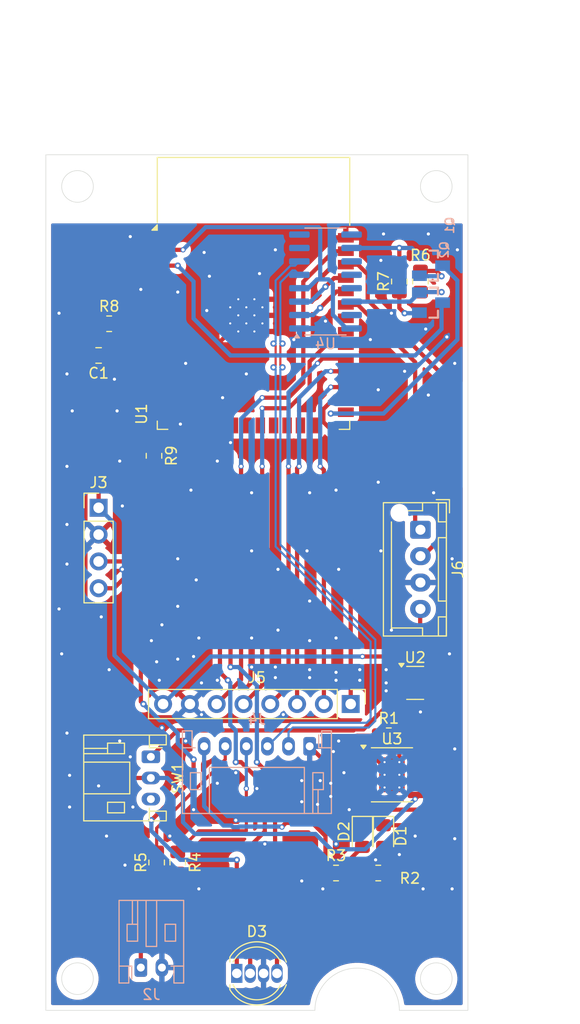
<source format=kicad_pcb>
(kicad_pcb (version 20241229) (generator "pcbnew") (generator_version "9.0")
  (layers (0 "F.Cu" signal) (2 "B.Cu" signal) (13 "F.Paste" user) (15 "B.Paste" user) (5 "F.SilkS" user "F.Silkscreen") (7 "B.SilkS" user "B.Silkscreen") (1 "F.Mask" user) (3 "B.Mask" user) (25 "Edge.Cuts" user))
  (net 0 "")
  (net 1 "VCC")
  (net 2 "GND")
  (net 3 "Net-(D3-BA)")
  (net 4 "Net-(D3-GA)")
  (net 7 "Net-(D1-A)")
  (net 9 "Net-(D3-RA)")
  (net 12 "Net-(D2-A)")
  (net 14 "D+")
  (net 20 "Net-(J4-Pin_5)")
  (net 21 "D-")
  (net 25 "+3.3V")
  (net 28 "Net-(J4-Pin_4)")
  (net 31 "Net-(U3-PROG)")
  (net 32 "Net-(D1-K)")
  (net 33 "Net-(D2-K)")
  (net 34 "+BATT")
  (net 35 "Net-(J2-Pin_1)")
  (net 36 "SCL")
  (net 37 "SDA")
  (net 38 "DTR")
  (net 39 "Net-(Q1-Pad1)")
  (net 40 "GPIO0")
  (net 41 "Net-(Q2-Pad1)")
  (net 42 "RST")
  (net 43 "EN")
  (net 44 "RXD")
  (net 45 "TXD")
  (net 53 "RES")
  (net 54 "SDI")
  (net 55 "CS")
  (net 56 "D{slash}C")
  (net 57 "BUSY")
  (net 58 "SCLK")
  (net 59 "IN1")
  (net 60 "IN2")
  (net 62 "Net-(U1-IO14)")
  (footprint "Package_SO:SOIC-8-1EP_3.9x4.9mm_P1.27mm_EP2.41x3.3mm_ThermalVias_model" (layer "F.Cu") (at 100.8 94.7)
    (property "Reference" "U3")
    (property "Value" "TP4056-42-ESOP8")
  )
  (footprint "Package_TO_SOT_SMD:SOT-23-5" (layer "F.Cu") (at 103 86)
    (property "Reference" "U2")
    (property "Value" "XC6210B332MR")
  )
  (footprint "Resistor_SMD:R_0805_2012Metric_Pad1.20x1.40mm_HandSolder" (layer "F.Cu") (at 78.25 64.5 -90)
    (property "Reference" "R9")
    (property "Value" "10K")
  )
  (footprint "Resistor_SMD:R_0805_2012Metric_Pad1.20x1.40mm_HandSolder" (layer "F.Cu") (at 99.5 104)
    (property "Reference" "R2")
    (property "Value" "R")
  )
  (footprint "Resistor_SMD:R_0805_2012Metric_Pad1.20x1.40mm_HandSolder" (layer "F.Cu") (at 101.5 48 -90)
    (property "Reference" "R7")
    (property "Value" "R")
  )
  (footprint "Connector_PinHeader_2.54mm:PinHeader_1x04_P2.54mm_Vertical" (layer "F.Cu") (at 73 69.42)
    (property "Reference" "J3")
    (property "Value" "Conn_01x04_Pin")
  )
  (footprint "Connector_PinHeader_2.54mm:PinHeader_1x08_P2.54mm_Vertical" (layer "F.Cu") (at 96.89 88 -90)
    (property "Reference" "J5")
    (property "Value" "Conn_01x08_Pin")
  )
  (footprint "Resistor_SMD:R_0805_2012Metric_Pad1.20x1.40mm_HandSolder" (layer "F.Cu") (at 78.5 103 -90)
    (property "Reference" "R5")
    (property "Value" "5K1")
  )
  (footprint "Connector_JST:JST_PH_S3B-PH-K_1x03_P2.00mm_Horizontal" (layer "F.Cu") (at 77.95 93 -90)
    (property "Reference" "SW1")
    (property "Value" "SW_SPDT")
  )
  (footprint "LED_SMD:LED_0805_2012Metric_Pad1.15x1.40mm_HandSolder" (layer "F.Cu") (at 98 100.5 -90)
    (property "Reference" "D2")
    (property "Value" "LED")
  )
  (footprint "RF_Module:ESP32-WROOM-32" (layer "F.Cu") (at 87.68 52.115)
    (property "Reference" "U1")
    (property "Value" "ESP32-WROOM-32")
  )
  (footprint "LED_SMD:LED_0805_2012Metric_Pad1.15x1.40mm_HandSolder" (layer "F.Cu") (at 100 100.5 -90)
    (property "Reference" "D1")
    (property "Value" "LED")
  )
  (footprint "Resistor_SMD:R_0805_2012Metric_Pad1.20x1.40mm_HandSolder" (layer "F.Cu") (at 80.5 103 -90)
    (property "Reference" "R4")
    (property "Value" "5K1")
  )
  (footprint "LED_THT:LED_D5.0mm-4_RGB" (layer "F.Cu") (at 86.095 113.5)
    (property "Reference" "D3")
    (property "Value" "LED_BGKR")
  )
  (footprint "Connector_JST:JST_XH_B4B-XH-AM_1x04_P2.50mm_Vertical" (layer "F.Cu") (at 103.5 71.5 -90)
    (property "Reference" "J6")
    (property "Value" "Conn_01x04_Pin")
  )
  (footprint "Resistor_SMD:R_0805_2012Metric_Pad1.20x1.40mm_HandSolder" (layer "F.Cu") (at 95.5 104)
    (property "Reference" "R3")
    (property "Value" "R")
  )
  (footprint "Resistor_SMD:R_0805_2012Metric_Pad1.20x1.40mm_HandSolder" (layer "F.Cu") (at 100.5 91)
    (property "Reference" "R1")
    (property "Value" "10k")
  )
  (footprint "Resistor_SMD:R_0805_2012Metric_Pad1.20x1.40mm_HandSolder" (layer "F.Cu") (at 74 52)
    (property "Reference" "R8")
    (property "Value" "10K")
  )
  (footprint "Resistor_SMD:R_0805_2012Metric_Pad1.20x1.40mm_HandSolder" (layer "F.Cu") (at 103.5 48 90)
    (property "Reference" "R6")
    (property "Value" "R")
  )
  (footprint "Capacitor_SMD:C_0805_2012Metric_Pad1.18x1.45mm_HandSolder" (layer "F.Cu") (at 73 55 180)
    (property "Reference" "C1")
    (property "Value" "100nF")
  )
  (footprint "Connector_JST:JST_PH_S2B-PH-K_1x02_P2.00mm_Horizontal" (layer "B.Cu") (at 77 112.95)
    (property "Reference" "J2")
    (property "Value" "Conn_01x02_Socket")
  )
  (footprint "SI2312:SOT23" (layer "B.Cu") (at 104.5 46.5 90)
    (property "Reference" "Q1")
    (property "Value" "SI2312")
  )
  (footprint "Package_SO:SOIC-16_3.9x9.9mm_P1.27mm" (layer "B.Cu") (at 94.5 48)
    (property "Reference" "U4")
    (property "Value" "CH340G")
  )
  (footprint "SI2312:SOT23" (layer "B.Cu") (at 104.5 50 90)
    (property "Reference" "Q2")
    (property "Value" "SI2312")
  )
  (footprint "Connector_JST:JST_PH_S6B-PH-K_1x06_P2.00mm_Horizontal" (layer "B.Cu") (at 93 92 180)
    (property "Reference" "J4")
    (property "Value" "Conn_01x06_Socket")
  )
  (gr_line (start 108 117) (end 108 36) (stroke (width 0.05)) (layer "Edge.Cuts"))
  (gr_circle (center 105 39) (end 106.5 39) (stroke (width 0.05)) (fill no) (layer "Edge.Cuts"))
  (gr_line (start 108 36) (end 68 36) (stroke (width 0.05)) (layer "Edge.Cuts"))
  (gr_arc (start 93.5 117) (mid 97.5 113) (end 101.5 117) (stroke (width 0.05)) (layer "Edge.Cuts"))
  (gr_circle (center 71 114) (end 69.5 114) (stroke (width 0.05)) (fill no) (layer "Edge.Cuts"))
  (gr_line (start 68 36) (end 68 117) (stroke (width 0.05)) (layer "Edge.Cuts"))
  (gr_circle (center 71 39) (end 72.5 39) (stroke (width 0.05)) (fill no) (layer "Edge.Cuts"))
  (gr_circle (center 105 114) (end 106.5 114) (stroke (width 0.05)) (fill no) (layer "Edge.Cuts"))
  (gr_line (start 93.5 117) (end 68 117) (stroke (width 0.05)) (layer "Edge.Cuts"))
  (gr_line (start 108 117) (end 101.5 117) (stroke (width 0.05)) (layer "Edge.Cuts"))
  (segment (start 98.5 105) (end 99.77242 105) (width 0.4) (layer "F.Cu") (net 1))
  (segment (start 102.5 104.5) (end 102.5 102) (width 0.4) (layer "F.Cu") (net 1))
  (segment (start 99.87342 105.101) (end 101.12658 105.101) (width 0.4) (layer "F.Cu") (net 1))
  (segment (start 98.5 104) (end 98.5 105) (width 0.4) (layer "F.Cu") (net 1))
  (segment (start 105.5 100.5) (end 106.5 99.5) (width 0.4) (layer "F.Cu") (net 1))
  (segment (start 97.5 105) (end 97.22758 105) (width 0.4) (layer "F.Cu") (net 1))
  (segment (start 93.25 99.25) (end 93.75 99.75) (width 0.4) (layer "F.Cu") (net 1))
  (segment (start 99.77242 105) (end 99.87342 105.101) (width 0.4) (layer "F.Cu") (net 1))
  (segment (start 98.325 96.605) (end 96.895 96.605) (width 0.4) (layer "F.Cu") (net 1))
  (segment (start 95.87342 105.101) (end 95.77242 105) (width 0.4) (layer "F.Cu") (net 1))
  (segment (start 104 100.5) (end 105.5 100.5) (width 0.4) (layer "F.Cu") (net 1))
  (segment (start 94.5 104) (end 94.5 100.5) (width 0.4) (layer "F.Cu") (net 1))
  (segment (start 96.895 96.605) (end 93.75 99.75) (width 0.4) (layer "F.Cu") (net 1))
  (segment (start 101.22758 105) (end 102 105) (width 0.4) (layer "F.Cu") (net 1))
  (segment (start 97.12658 105.101) (end 95.87342 105.101) (width 0.4) (layer "F.Cu") (net 1))
  (segment (start 90.75 99.25) (end 93.25 99.25) (width 0.4) (layer "F.Cu") (net 1))
  (segment (start 95.77242 105) (end 95.5 105) (width 0.4) (layer "F.Cu") (net 1))
  (segment (start 95.5 105) (end 94.5 104) (width 0.4) (layer "F.Cu") (net 1))
  (segment (start 106.5 94.5) (end 104.795 92.795) (width 0.4) (layer "F.Cu") (net 1))
  (segment (start 97.22758 105) (end 97.12658 105.101) (width 0.4) (layer "F.Cu") (net 1))
  (segment (start 104.795 92.795) (end 103.275 92.795) (width 0.4) (layer "F.Cu") (net 1))
  (segment (start 94.5 100.5) (end 93.75 99.75) (width 0.4) (layer "F.Cu") (net 1))
  (segment (start 90.375 99.625) (end 90.75 99.25) (width 0.4) (layer "F.Cu") (net 1))
  (segment (start 102.5 102) (end 104 100.5) (width 0.4) (layer "F.Cu") (net 1))
  (segment (start 101.12658 105.101) (end 101.22758 105) (width 0.4) (layer "F.Cu") (net 1))
  (segment (start 90.375 99.65) (end 90.375 99.625) (width 0.4) (layer "F.Cu") (net 1))
  (segment (start 106.5 99.5) (end 106.5 94.5) (width 0.4) (layer "F.Cu") (net 1))
  (segment (start 102 105) (end 102.5 104.5) (width 0.4) (layer "F.Cu") (net 1))
  (segment (start 98.5 104) (end 97.5 105) (width 0.4) (layer "F.Cu") (net 1))
  (via (at 90.375 99.65) (size 0.5) (drill 0.3) (layers "F.Cu" "B.Cu") (net 1))
  (segment (start 86.269654 99.651) (end 85.730346 99.651) (width 0.4) (layer "B.Cu") (net 1))
  (segment (start 90.375 99.65) (end 90.4 99.625) (width 0.4) (layer "B.Cu") (net 1))
  (segment (start 85.579346 99.5) (end 84.825 99.5) (width 0.4) (layer "B.Cu") (net 1))
  (segment (start 83 97.675) (end 83 92) (width 0.4) (layer "B.Cu") (net 1))
  (segment (start 85.730346 99.651) (end 85.579346 99.5) (width 0.4) (layer "B.Cu") (net 1))
  (segment (start 90.4 99.625) (end 90.4 99.601) (width 0.4) (layer "B.Cu") (net 1))
  (segment (start 84.825 99.5) (end 83 97.675) (width 0.4) (layer "B.Cu") (net 1))
  (segment (start 86.319654 99.601) (end 86.269654 99.651) (width 0.4) (layer "B.Cu") (net 1))
  (segment (start 90.4 99.601) (end 86.319654 99.601) (width 0.4) (layer "B.Cu") (net 1))
  (segment (start 80.399 89.251) (end 76.301 89.251) (width 0.4) (layer "F.Cu") (net 2))
  (segment (start 78.5 104) (end 80.5 104) (width 0.3) (layer "F.Cu") (net 2))
  (segment (start 81.97 61.625) (end 81.97 56.235) (width 0.4) (layer "F.Cu") (net 2))
  (segment (start 83 98) (end 84 99) (width 0.4) (layer "F.Cu") (net 2))
  (segment (start 78.198 43.865) (end 78.93 43.865) (width 0.4) (layer "F.Cu") (net 2))
  (segment (start 93 92) (end 96.335 95.335) (width 0.4) (layer "F.Cu") (net 2))
  (segment (start 81.65 88) (end 80.399 89.251) (width 0.4) (layer "F.Cu") (net 2))
  (segment (start 100.165 95.335) (end 98.325 95.335) (width 0.4) (layer "F.Cu") (net 2))
  (segment (start 71.749 84.699) (end 71.749 73.211) (width 0.4) (layer "F.Cu") (net 2))
  (segment (start 90.73 52.73) (end 88.525 52.73) (width 0.4) (layer "F.Cu") (net 2))
  (segment (start 87 49.68) (end 87 43.865) (width 0.4) (layer "F.Cu") (net 2))
  (segment (start 100.8 94.7) (end 100.165 95.335) (width 0.4) (layer "F.Cu") (net 2))
  (segment (start 74.5 87.45) (end 71.749 84.699) (width 0.4) (layer "F.Cu") (net 2))
  (segment (start 100.8 94.7) (end 98.895 92.795) (width 0.4) (layer "F.Cu") (net 2))
  (segment (start 71.749 73.211) (end 73 71.96) (width 0.4) (layer "F.Cu") (net 2))
  (segment (start 71.749 50.314) (end 78.198 43.865) (width 0.4) (layer "F.Cu") (net 2))
  (segment (start 101.5 91) (end 101.5 94) (width 0.4) (layer "F.Cu") (net 2))
  (segment (start 84 99) (end 86 99) (width 0.4) (layer "F.Cu") (net 2))
  (segment (start 81.97 56.235) (end 85.475 52.73) (width 0.4) (layer "F.Cu") (net 2))
  (segment (start 73 71.96) (end 71.749 70.709) (width 0.4) (layer "F.Cu") (net 2))
  (segment (start 71.749 70.709) (end 71.749 50.314) (width 0.4) (layer "F.Cu") (net 2))
  (segment (start 96.335 95.335) (end 98.325 95.335) (width 0.4) (layer "F.Cu") (net 2))
  (segment (start 91.5 53.5) (end 90.73 52.73) (width 0.4) (layer "F.Cu") (net 2))
  (segment (start 76.301 89.251) (end 74.5 87.45) (width 0.4) (layer "F.Cu") (net 2))
  (segment (start 87 43.865) (end 96.43 43.865) (width 0.4) (layer "F.Cu") (net 2))
  (segment (start 78.93 43.865) (end 87 43.865) (width 0.4) (layer "F.Cu") (net 2))
  (segment (start 101.5 94) (end 100.8 94.7) (width 0.4) (layer "F.Cu") (net 2))
  (segment (start 98.895 92.795) (end 98.325 92.795) (width 0.4) (layer "F.Cu") (net 2))
  (segment (start 82 98) (end 83 98) (width 0.4) (layer "F.Cu") (net 2))
  (via (at 104.75 68) (size 0.6) (drill 0.3) (layers "F.Cu" "B.Cu") (net 2))
  (via (at 82.5 105.5) (size 0.6) (drill 0.3) (layers "F.Cu" "B.Cu") (net 2))
  (via (at 75 91.5) (size 0.6) (drill 0.3) (layers "F.Cu" "B.Cu") (net 2))
  (via (at 70.25 97.75) (size 0.6) (drill 0.3) (layers "F.Cu" "B.Cu") (net 2))
  (via (at 75 65) (size 0.6) (drill 0.3) (layers "F.Cu" "B.Cu") (net 2))
  (via (at 76 43.75) (size 0.6) (drill 0.3) (layers "F.Cu" "B.Cu") (net 2))
  (via (at 100.75 81) (size 0.6) (drill 0.3) (layers "F.Cu" "B.Cu") (net 2))
  (via (at 95.5 101.25) (size 0.6) (drill 0.3) (layers "F.Cu" "B.Cu") (net 2))
  (via (at 94 95.25) (size 0.6) (drill 0.3) (layers "F.Cu" "B.Cu") (net 2))
  (via (at 82.75 89) (size 0.6) (drill 0.3) (layers "F.Cu" "B.Cu") (net 2))
  (via (at 70 65.5) (size 0.6) (drill 0.3) (layers "F.Cu" "B.Cu") (net 2))
  (via (at 82.5 81.75) (size 0.6) (drill 0.3) (layers "F.Cu" "B.Cu") (net 2))
  (via (at 92.25 97.25) (size 0.6) (drill 0.3) (layers "F.Cu" "B.Cu") (net 2))
  (via (at 103 100.5) (size 0.6) (drill 0.3) (layers "F.Cu" "B.Cu") (net 2))
  (via (at 95 95.5) (size 0.6) (drill 0.3) (layers "F.Cu" "B.Cu") (net 2))
  (via (at 99.5 67) (size 0.6) (drill 0.3) (layers "F.Cu" "B.Cu") (net 2))
  (via (at 84.25 95.5) (size 0.6) (drill 0.3) (layers "F.Cu" "B.Cu") (net 2))
  (via (at 75.5 103.25) (size 0.6) (drill 0.3) (layers "F.Cu" "B.Cu") (net 2))
  (via (at 82 83.5) (size 0.6) (drill 0.3) (layers "F.Cu" "B.Cu") (net 2))
  (via (at 93 82) (size 0.6) (drill 0.3) (layers "F.Cu" "B.Cu") (net 2))
  (via (at 74.75 60.25) (size 0.6) (drill 0.3) (layers "F.Cu" "B.Cu") (net 2))
  (via (at 87.5 73.5) (size 0.6) (drill 0.3) (layers "F.Cu" "B.Cu") (net 2))
  (via (at 73 95.75) (size 0.6) (drill 0.3) (layers "F.Cu" "B.Cu") (net 2))
  (via (at 86 99) (size 0.5) (drill 0.3) (layers "F.Cu" "B.Cu") (net 2))
  (via (at 82 98) (size 0.6) (drill 0.3) (layers "F.Cu" "B.Cu") (net 2))
  (via (at 104.25 58.75) (size 0.6) (drill 0.3) (layers "F.Cu" "B.Cu") (net 2))
  (via (at 79.75 100.5) (size 0.6) (drill 0.3) (layers "F.Cu" "B.Cu") (net 2))
  (via (at 89.75 84.5) (size 0.6) (drill 0.3) (layers "F.Cu" "B.Cu") (net 2))
  (via (at 78 82) (size 0.6) (drill 0.3) (layers "F.Cu" "B.Cu") (net 2))
  (via (at 84.25 85.75) (size 0.6) (drill 0.3) (layers "F.Cu" "B.Cu") (net 2))
  (via (at 103.75 105.5) (size 0.6) (drill 0.3) (layers "F.Cu" "B.Cu") (net 2))
  (via (at 95.5 81.75) (size 0.6) (drill 0.3) (layers "F.Cu" "B.Cu") (net 2))
  (via (at 80.5 74.25) (size 0.6) (drill 0.3) (layers "F.Cu" "B.Cu") (net 2))
  (via (at 75.25 69.25) (size 0.6) (drill 0.3) (layers "F.Cu" "B.Cu") (net 2))
  (via (at 93 68) (size 0.6) (drill 0.3) (layers "F.Cu" "B.Cu") (net 2))
  (via (at 87.5 68) (size 0.6) (drill 0.3) (layers "F.Cu" "B.Cu") (net 2))
  (via (at 70.25 94.75) (size 0.6) (drill 0.3) (layers "F.Cu" "B.Cu") (net 2))
  (via (at 76.25 97.75) (size 0.6) (drill 0.3) (layers "F.Cu" "B.Cu") (net 2))
  (via (at 70 90.75) (size 0.6) (drill 0.3) (layers "F.Cu" "B.Cu") (net 2))
  (via (at 106.75 55.75) (size 0.6) (drill 0.3) (layers "F.Cu" "B.Cu") (net 2))
  (via (at 80.5 49) (size 0.6) (drill 0.3) (layers "F.Cu" "B.Cu") (net 2))
  (via (at 97.75 84.75) (size 0.6) (drill 0.3) (layers "F.Cu" "B.Cu") (net 2))
  (via (at 75.25 75.25) (size 0.6) (drill 0.3) (layers "F.Cu" "B.Cu") (net 2))
  (via (at 107 45) (size 0.6) (drill 0.3) (layers "F.Cu" "B.Cu") (net 2))
  (via (at 95.25 92.5) (size 0.6) (drill 0.3) (layers "F.Cu" "B.Cu") (net 2))
  (via (at 70 56.75) (size 0.6) (drill 0.3) (layers "F.Cu" "B.Cu") (net 2))
  (via (at 91.5 53.5) (size 0.5) (drill 0.3) (layers "F.Cu" "B.Cu") (net 2))
  (via (at 106 53.25) (size 0.6) (drill 0.3) (layers "F.Cu" "B.Cu") (net 2))
  (via (at 84.75 59) (size 0.6) (drill 0.3) (layers "F.Cu" "B.Cu") (net 2))
  (via (at 100.25 86.75) (size 0.6) (drill 0.3) (layers "F.Cu" "B.Cu") (net 2))
  (via (at 95.5 85.75) (size 0.6) (drill 0.3) (layers "F.Cu" "B.Cu") (net 2))
  (via (at 69.25 79) (size 0.6) (drill 0.3) (layers "F.Cu" "B.Cu") (net 2))
  (via (at 106.25 83.25) (size 0.6) (drill 0.3) (layers "F.Cu" "B.Cu") (net 2))
  (via (at 92.25 104.75) (size 0.6) (drill 0.3) (layers "F.Cu" "B.Cu") (net 2))
  (via (at 73.25 79.75) (size 0.6) (drill 0.3) (layers "F.Cu" "B.Cu") (net 2))
  (via (at 92.75 73.5) (size 0.6) (drill 0.3) (layers "F.Cu" "B.Cu") (net 2))
  (via (at 81.25 91.5) (size 0.6) (drill 0.3) (layers "F.Cu" "B.Cu") (net 2))
  (via (at 93 84.75) (size 0.6) (drill 0.3) (layers "F.Cu" "B.Cu") (net 2))
  (via (at 82.25 76.25) (size 0.6) (drill 0.3) (layers "F.Cu" "B.Cu") (net 2))
  (via (at 69.25 51) (size 0.6) (drill 0.3) (layers "F.Cu" "B.Cu") (net 2))
  (via (at 70 71) (size 0.6) (drill 0.3) (layers "F.Cu" "B.Cu") (net 2))
  (via (at 87 56.75) (size 0.6) (drill 0.3) (layers "F.Cu" "B.Cu") (net 2))
  (via (at 93 85.5) (size 0.6) (drill 0.3) (layers "F.Cu" "B.Cu") (net 2))
  (via (at 88.25 47.25) (size 0.6) (drill 0.3) (layers "F.Cu" "B.Cu") (net 2))
  (via (at 82.75 86) (size 0.6) (drill 0.3) (layers "F.Cu" "B.Cu") (net 2))
  (via (at 103.5 88.75) (size 0.6) (drill 0.3) (layers "F.Cu" "B.Cu") (net 2))
  (via (at 94.5 51.75) (size 0.6) (drill 0.3) (layers "F.Cu" "B.Cu") (net 2))
  (via (at 84.25 65) (size 0.6) (drill 0.3) (layers "F.Cu" "B.Cu") (net 2))
  (via (at 85.5 63.25) (size 0.6) (drill 0.3) (layers "F.Cu" "B.Cu") (net 2))
  (via (at 99.25 102.75) (size 0.6) (drill 0.3) (layers "F.Cu" "B.Cu") (net 2))
  (via (at 95.75 75.25) (size 0.6) (drill 0.3) (layers "F.Cu" "B.Cu") (net 2))
  (via (at 93.75 97.5) (size 0.6) (drill 0.3) (layers "F.Cu" "B.Cu") (net 2))
  (via (at 100 43.5) (size 0.6) (drill 0.3) (layers "F.Cu" "B.Cu") (net 2))
  (via (at 83.25 50.75) (size 0.6) (drill 0.3) (layers "F.Cu" "B.Cu") (net 2))
  (via (at 77 48.75) (size 0.6) (drill 0.3) (layers "F.Cu" "B.Cu") (net 2))
  (via (at 96.25 94.5) (size 0.6) (drill 0.3) (layers "F.Cu" "B.Cu") (net 2))
  (via (at 88.75 101.25) (size 0.6) (drill 0.3) (layers "F.Cu" "B.Cu") (net 2))
  (via (at 106.5 74.25) (size 0.6) (drill 0.3) (layers "F.Cu" "B.Cu") (net 2))
  (via (at 80.5 83.75) (size 0.6) (drill 0.3) (layers "F.Cu" "B.Cu") (net 2))
  (via (at 74.5 57.25) (size 0.6) (drill 0.3) (layers "F.Cu" "B.Cu") (net 2))
  (via (at 93 78.25) (size 0.6) (drill 0.3) (layers "F.Cu" "B.Cu") (net 2))
  (via (at 99.75 73.5) (size 0.6) (drill 0.3) (layers "F.Cu" "B.Cu") (net 2))
  (via (at 78.5 84) (size 0.6) (drill 0.3) (layers "F.Cu" "B.Cu") (net 2))
  (via (at 86 94.5) (size 0.6) (drill 0.3) (layers "F.Cu" "B.Cu") (net 2))
  (via (at 98.75 53.5) (size 0.6) (drill 0.3) (layers "F.Cu" "B.Cu") (net 2))
  (via (at 80.75 61.5) (size 0.6) (drill 0.3) (layers "F.Cu" "B.Cu") (net 2))
  (via (at 81.25 55.75) (size 0.6) (drill 0.3) (layers "F.Cu" "B.Cu") (net 2))
  (via (at 96.75 98) (size 0.6) (drill 0.3) (layers "F.Cu" "B.Cu") (net 2))
  (via (at 94.25 105.5) (size 0.6) (drill 0.3) (layers "F.Cu" "B.Cu") (net 2))
  (via (at 83 45.25) (size 0.6) (drill 0.3) (layers "F.Cu" "B.Cu") (net 2))
  (via (at 89.75 45) (size 0.6) (drill 0.3) (layers "F.Cu" "B.Cu") (net 2))
  (via (at 97.75 85.75) (size 0.6) (drill 0.3) (layers "F.Cu" "B.Cu") (net 2))
  (via (at 100.75 51) (size 0.6) (drill 0.3) (layers "F.Cu" "B.Cu") (net 2))
  (via (at 69.5 83.25) (size 0.6) (drill 0.3) (layers "F.Cu" "B.Cu") (net 2))
  (via (at 106.75 100.75) (size 0.6) (drill 0.3) (layers "F.Cu" "B.Cu") (net 2))
  (via (at 100.25 86) (size 0.6) (drill 0.3) (layers "F.Cu" "B.Cu") (net 2))
  (via (at 101.5 102.25) (size 0.6) (drill 0.3) (layers "F.Cu" "B.Cu") (net 2))
  (via (at 104.25 43.5) (size 0.6) (drill 0.3) (layers "F.Cu" "B.Cu") (net 2))
  (via (at 70 74.75) (size 0.6) (drill 0.3) (layers "F.Cu" "B.Cu") (net 2))
  (via (at 106.5 105.5) (size 0.6) (drill 0.3) (layers "F.Cu" "B.Cu") (net 2))
  (via (at 79 80.5) (size 0.6) (drill 0.3) (layers "F.Cu" "B.Cu") (net 2))
  (via (at 80.5 78.75) (size 0.6) (drill 0.3) (layers "F.Cu" "B.Cu") (net 2))
  (via (at 92.25 95.25) (size 0.6) (drill 0.3) (layers "F.Cu" "B.Cu") (net 2))
  (via (at 100.25 84.75) (size 0.6) (drill 0.3) (layers "F.Cu" "B.Cu") (net 2))
  (via (at 81.75 67.75) (size 0.6) (drill 0.3) (layers "F.Cu" "B.Cu") (net 2))
  (via (at 83.5 47.5) (size 0.6) (drill 0.3) (layers "F.Cu" "B.Cu") (net 2))
  (via (at 90.5 89) (size 0.6) (drill 0.3) (layers "F.Cu" "B.Cu") (net 2))
  (via (at 76 93) (size 0.6) (drill 0.3) (layers "F.Cu" "B.Cu") (net 2))
  (via (at 90 81) (size 0.6) (drill 0.3) (layers "F.Cu" "B.Cu") (net 2))
  (via (at 88 96) (size 0.6) (drill 0.3) (layers "F.Cu" "B.Cu") (net 2))
  (via (at 74 84.75) (size 0.6) (drill 0.3) (layers "F.Cu" "B.Cu") (net 2))
  (via (at 73.75 100.5) (size 0.6) (drill 0.3) (layers "F.Cu" "B.Cu") (net 2))
  (via (at 87.5 81.75) (size 0.6) (drill 0.3) (layers "F.Cu" "B.Cu") (net 2))
  (via (at 87.5 84.5) (size 0.6) (drill 0.3) (layers "F.Cu" "B.Cu") (net 2))
  (via (at 78.75 85.75) (size 0.6) (drill 0.3) (layers "F.Cu" "B.Cu") (net 2))
  (via (at 95 96.75) (size 0.6) (drill 0.3) (layers "F.Cu" "B.Cu") (net 2))
  (via (at 89.75 85.5) (size 0.6) (drill 0.3) (layers "F.Cu" "B.Cu") (net 2))
  (via (at 99.75 46) (size 0.6) (drill 0.3) (layers "F.Cu" "B.Cu") (net 2))
  (via (at 106.75 92.25) (size 0.6) (drill 0.3) (layers "F.Cu" "B.Cu") (net 2))
  (via (at 95.5 67.75) (size 0.6) (drill 0.3) (layers "F.Cu" "B.Cu") (net 2))
  (via (at 90 75.25) (size 0.6) (drill 0.3) (layers "F.Cu" "B.Cu") (net 2))
  (via (at 104 52.5) (size 0.6) (drill 0.3) (layers "F.Cu" "B.Cu") (net 2))
  (via (at 79 90.25) (size 0.6) (drill 0.3) (layers "F.Cu" "B.Cu") (net 2))
  (via (at 95.5 85) (size 0.6) (drill 0.3) (layers "F.Cu" "B.Cu") (net 2))
  (via (at 70.5 60.25) (size 0.6) (drill 0.3) (layers "F.Cu" "B.Cu") (net 2))
  (via (at 99.5 58.25) (size 0.6) (drill 0.3) (layers "F.Cu" "B.Cu") (net 2))
  (via (at 102 56.5) (size 0.6) (drill 0.3) (layers "F.Cu" "B.Cu") (net 2))
  (via (at 95.75 91.5) (size 0.6) (drill 0.3) (layers "F.Cu" "B.Cu") (net 2))
  (segment (start 93 92) (end 93 98.5) (width 0.4) (layer "B.Cu") (net 2))
  (segment (start 92.025 52.975) (end 91.5 53.5) (width 0.4) (layer "B.Cu") (net 2))
  (segment (start 92.5 99) (end 86 99) (width 0.4) (layer "B.Cu") (net 2))
  (segment (start 92.025 52.445) (end 92.025 52.975) (width 0.4) (layer "B.Cu") (net 2))
  (segment (start 93 98.5) (end 92.5 99) (width 0.4) (layer "B.Cu") (net 2))
  (segment (start 82 98) (end 82 94.95) (width 0.4) (layer "B.Cu") (net 2))
  (segment (start 82 94.95) (end 74.5 87.45) (width 0.4) (layer "B.Cu") (net 2))
  (segment (start 78.25 65.5) (end 78.25 78.25) (width 0.4) (layer "F.Cu") (net 3))
  (segment (start 77 87.75) (end 77.25 88) (width 0.4) (layer "F.Cu") (net 3))
  (segment (start 77 79.5) (end 77 87.75) (width 0.4) (layer "F.Cu") (net 3))
  (segment (start 78.25 78.25) (end 77 79.5) (width 0.4) (layer "F.Cu") (net 3))
  (segment (start 82 93.25) (end 82 95) (width 0.4) (layer "F.Cu") (net 3))
  (segment (start 86.095 113.5) (end 86.095 102.75) (width 0.4) (layer "F.Cu") (net 3))
  (segment (start 82 95) (end 78 99) (width 0.4) (layer "F.Cu") (net 3))
  (via (at 86.095 102.75) (size 0.6) (drill 0.3) (layers "F.Cu" "B.Cu") (net 3))
  (via (at 77.25 88) (size 0.6) (drill 0.3) (layers "F.Cu" "B.Cu") (net 3))
  (via (at 82 93.25) (size 0.6) (drill 0.3) (layers "F.Cu" "B.Cu") (net 3))
  (via (at 78 99) (size 0.6) (drill 0.3) (layers "F.Cu" "B.Cu") (net 3))
  (segment (start 78 100.008636) (end 80.741364 102.75) (width 0.4) (layer "B.Cu") (net 3))
  (segment (start 80.5 90.758636) (end 80.5 91.75) (width 0.4) (layer "B.Cu") (net 3))
  (segment (start 79.290364 89.549) (end 80.5 90.758636) (width 0.4) (layer "B.Cu") (net 3))
  (segment (start 77.25 88) (end 78.799 89.549) (width 0.4) (layer "B.Cu") (net 3))
  (segment (start 78.799 89.549) (end 79.290364 89.549) (width 0.4) (layer "B.Cu") (net 3))
  (segment (start 78 99) (end 78 100.008636) (width 0.4) (layer "B.Cu") (net 3))
  (segment (start 80.5 91.75) (end 82 93.25) (width 0.4) (layer "B.Cu") (net 3))
  (segment (start 80.741364 102.75) (end 86.095 102.75) (width 0.4) (layer "B.Cu") (net 3))
  (segment (start 87.365 113.5) (end 87.365 101.45) (width 0.4) (layer "F.Cu") (net 4))
  (segment (start 86.5 93.5) (end 86 93.5) (width 0.4) (layer "F.Cu") (net 4))
  (segment (start 84.5 85) (end 84.5 66.795) (width 0.4) (layer "F.Cu") (net 4))
  (segment (start 85.25 85.75) (end 84.5 85) (width 0.4) (layer "F.Cu") (net 4))
  (segment (start 88.75 95.75) (end 86.5 93.5) (width 0.4) (layer "F.Cu") (net 4))
  (segment (start 78.93 61.225) (end 78.93 60.375) (width 0.4) (layer "F.Cu") (net 4))
  (segment (start 87.365 101.45) (end 88.75 100.065) (width 0.4) (layer "F.Cu") (net 4))
  (segment (start 84.5 66.795) (end 78.93 61.225) (width 0.4) (layer "F.Cu") (net 4))
  (segment (start 88.75 100.065) (end 88.75 95.75) (width 0.4) (layer "F.Cu") (net 4))
  (via (at 85.25 85.75) (size 0.6) (drill 0.3) (layers "F.Cu" "B.Cu") (net 4))
  (via (at 86 93.5) (size 0.6) (drill 0.3) (layers "F.Cu" "B.Cu") (net 4))
  (segment (start 85.479 85.979) (end 85.25 85.75) (width 0.4) (layer "B.Cu") (net 4))
  (segment (start 85.479 89.978182) (end 85.479 85.979) (width 0.4) (layer "B.Cu") (net 4))
  (segment (start 86 90.499182) (end 85.479 89.978182) (width 0.4) (layer "B.Cu") (net 4))
  (segment (start 86 93.5) (end 86 90.499182) (width 0.4) (layer "B.Cu") (net 4))
  (segment (start 100.5 104.5) (end 100.5 102.025) (width 0.4) (layer "F.Cu") (net 7))
  (segment (start 100.5 102.025) (end 100 101.525) (width 0.4) (layer "F.Cu") (net 7))
  (segment (start 88 93.5) (end 89.724 95.224) (width 0.4) (layer "F.Cu") (net 9))
  (segment (start 83.24 62.357) (end 83.24 61.625) (width 0.4) (layer "F.Cu") (net 9))
  (segment (start 85.5 64.617) (end 83.24 62.357) (width 0.4) (layer "F.Cu") (net 9))
  (segment (start 89.724 95.224) (end 89.724 102.276) (width 0.4) (layer "F.Cu") (net 9))
  (segment (start 85.5 84.5) (end 85.5 64.617) (width 0.4) (layer "F.Cu") (net 9))
  (segment (start 89.724 102.276) (end 89.905 102.457) (width 0.4) (layer "F.Cu") (net 9))
  (segment (start 89.905 102.457) (end 89.905 113.5) (width 0.4) (layer "F.Cu") (net 9))
  (via (at 88 93.5) (size 0.6) (drill 0.3) (layers "F.Cu" "B.Cu") (net 9))
  (via (at 85.5 84.5) (size 0.6) (drill 0.3) (layers "F.Cu" "B.Cu") (net 9))
  (segment (start 86.25 84.5) (end 85.5 84.5) (width 0.4) (layer "B.Cu") (net 9))
  (segment (start 88 86.25) (end 86.25 84.5) (width 0.4) (layer "B.Cu") (net 9))
  (segment (start 88 93.5) (end 88 91.5) (width 0.4) (layer "B.Cu") (net 9))
  (segment (start 88 91.5) (end 88 86.25) (width 0.4) (layer "B.Cu") (net 9))
  (segment (start 96.5 104) (end 96.5 103.025) (width 0.4) (layer "F.Cu") (net 12))
  (segment (start 96.5 103.025) (end 98 101.525) (width 0.4) (layer "F.Cu") (net 12))
  (segment (start 90.225001 54.074999) (end 90.225001 55.925001) (width 0.2) (layer "F.Cu") (net 14))
  (segment (start 90.425 53.875) (end 90.225001 54.074999) (width 0.2) (layer "F.Cu") (net 14))
  (segment (start 90.225001 55.925001) (end 90.425 56.125) (width 0.2) (layer "F.Cu") (net 14))
  (via (at 90.425 53.875) (size 0.6) (drill 0.3) (layers "F.Cu" "B.Cu") (net 14))
  (via (at 90.425 56.125) (size 0.6) (drill 0.3) (layers "F.Cu" "B.Cu") (net 14))
  (segment (start 99.225 81.906802) (end 99.225 89.593198) (width 0.2) (layer "B.Cu") (net 14))
  (segment (start 92.025 47.365) (end 91.615001 46.955001) (width 0.2) (layer "B.Cu") (net 14))
  (segment (start 90.425 56.125) (end 90.225 56.325) (width 0.2) (layer "B.Cu") (net 14))
  (segment (start 91.363197 46.955001) (end 90.225001 48.093197) (width 0.2) (layer "B.Cu") (net 14))
  (segment (start 90.225 72.906802) (end 99.225 81.906802) (width 0.2) (layer "B.Cu") (net 14))
  (segment (start 91.411397 90.225) (end 91 90.636397) (width 0.2) (layer "B.Cu") (net 14))
  (segment (start 91 90.636397) (end 91 92) (width 0.2) (layer "B.Cu") (net 14))
  (segment (start 90.225 56.325) (end 90.225 72.906802) (width 0.2) (layer "B.Cu") (net 14))
  (segment (start 91.615001 46.955001) (end 91.363197 46.955001) (width 0.2) (layer "B.Cu") (net 14))
  (segment (start 98.593198 90.225) (end 91.411397 90.225) (width 0.2) (layer "B.Cu") (net 14))
  (segment (start 90.225001 53.675001) (end 90.425 53.875) (width 0.2) (layer "B.Cu") (net 14))
  (segment (start 90.225001 48.093197) (end 90.225001 53.675001) (width 0.2) (layer "B.Cu") (net 14))
  (segment (start 99.225 89.593198) (end 98.593198 90.225) (width 0.2) (layer "B.Cu") (net 14))
  (segment (start 85 93.25) (end 85 92) (width 0.3) (layer "F.Cu") (net 20))
  (segment (start 78.5 99.75) (end 85 93.25) (width 0.3) (layer "F.Cu") (net 20))
  (segment (start 78.5 102) (end 78.5 99.75) (width 0.3) (layer "F.Cu") (net 20))
  (segment (start 89.774999 55.925001) (end 89.575 56.125) (width 0.2) (layer "F.Cu") (net 21))
  (segment (start 89.575 53.875) (end 89.774999 54.074999) (width 0.2) (layer "F.Cu") (net 21))
  (segment (start 89.774999 54.074999) (end 89.774999 55.925001) (width 0.2) (layer "F.Cu") (net 21))
  (via (at 89.575 56.125) (size 0.6) (drill 0.3) (layers "F.Cu" "B.Cu") (net 21))
  (via (at 89.575 53.875) (size 0.6) (drill 0.3) (layers "F.Cu" "B.Cu") (net 21))
  (segment (start 97.044535 80.362733) (end 89.775 73.093198) (width 0.2) (layer "B.Cu") (net 21))
  (segment (start 97.304936 80.623134) (end 97.153724 80.471922) (width 0.2) (layer "B.Cu") (net 21))
  (segment (start 89.775 73.093198) (end 89.775 56.325) (width 0.2) (layer "B.Cu") (net 21))
  (segment (start 89 92) (end 91.225 89.775) (width 0.2) (layer "B.Cu") (net 21))
  (segment (start 89.775 56.325) (end 89.575 56.125) (width 0.2) (layer "B.Cu") (net 21))
  (segment (start 89.774999 53.675001) (end 89.575 53.875) (width 0.2) (layer "B.Cu") (net 21))
  (segment (start 98.775 89.406802) (end 98.775 82.093198) (width 0.2) (layer "B.Cu") (net 21))
  (segment (start 91.615001 46.504999) (end 91.176803 46.504999) (width 0.2) (layer "B.Cu") (net 21))
  (segment (start 97.153724 80.471922) (end 97.044535 80.362733) (width 0.2) (layer "B.Cu") (net 21))
  (segment (start 92.025 46.095) (end 91.615001 46.504999) (width 0.2) (layer "B.Cu") (net 21))
  (segment (start 97.834177 81.152375) (end 97.304936 80.623134) (width 0.2) (layer "B.Cu") (net 21))
  (segment (start 89.774999 47.906803) (end 89.774999 53.675001) (width 0.2) (layer "B.Cu") (net 21))
  (segment (start 91.225 89.775) (end 98.406802 89.775) (width 0.2) (layer "B.Cu") (net 21))
  (segment (start 98.406802 89.775) (end 98.775 89.406802) (width 0.2) (layer "B.Cu") (net 21))
  (segment (start 91.176803 46.504999) (end 89.774999 47.906803) (width 0.2) (layer "B.Cu") (net 21))
  (segment (start 98.775 82.093198) (end 97.834177 81.152375) (width 0.2) (layer "B.Cu") (net 21))
  (segment (start 103.475 79.25) (end 103.475 83.475) (width 0.4) (layer "F.Cu") (net 25))
  (segment (start 73 69.42) (end 73 50.333) (width 0.4) (layer "F.Cu") (net 25))
  (segment (start 104.1375 85.05) (end 104.1375 84.1375) (width 0.4) (layer "F.Cu") (net 25))
  (segment (start 78.198 45.135) (end 78.93 45.135) (width 0.4) (layer "F.Cu") (net 25))
  (segment (start 104.1375 84.1375) (end 103.5 83.5) (width 0.4) (layer "F.Cu") (net 25))
  (segment (start 81 45) (end 79.065 45) (width 0.4) (layer "F.Cu") (net 25))
  (segment (start 79.065 45) (end 78.93 45.135) (width 0.4) (layer "F.Cu") (net 25))
  (segment (start 103.475 83.475) (end 103.5 83.5) (width 0.4) (layer "F.Cu") (net 25))
  (segment (start 73 50.333) (end 78.198 45.135) (width 0.4) (layer "F.Cu") (net 25))
  (segment (start 98 83.5) (end 103.5 83.5) (width 0.4) (layer "F.Cu") (net 25))
  (via (at 98 83.5) (size 0.5) (drill 0.3) (layers "F.Cu" "B.Cu") (net 25))
  (via (at 81 45) (size 0.5) (drill 0.3) (layers "F.Cu" "B.Cu") (net 25))
  (segment (start 73 69.42) (end 74.5 70.92) (width 0.4) (layer "B.Cu") (net 25))
  (segment (start 74.5 70.92) (end 74.5 83.39) (width 0.4) (layer "B.Cu") (net 25))
  (segment (start 94 47.799) (end 94.790364 47.799) (width 0.4) (layer "B.Cu") (net 25))
  (segment (start 92.865 48.635) (end 93.701 47.799) (width 0.4) (layer "B.Cu") (net 25))
  (segment (start 93.701 47.799) (end 94 47.799) (width 0.4) (layer "B.Cu") (net 25))
  (segment (start 95.201 51.159388) (end 96.486612 52.445) (width 0.4) (layer "B.Cu") (net 25))
  (segment (start 83.146 42.854) (end 81 45) (width 0.4) (layer "B.Cu") (net 25))
  (segment (start 83.61 83.5) (end 98 83.5) (width 0.4) (layer "B.Cu") (net 25))
  (segment (start 94.790364 47.799) (end 95.201 48.209636) (width 0.4) (layer "B.Cu") (net 25))
  (segment (start 94 43) (end 93.854 42.854) (width 0.4) (layer "B.Cu") (net 25))
  (segment (start 74.5 83.39) (end 79.11 88) (width 0.4) (layer "B.Cu") (net 25))
  (segment (start 94 47.799) (end 94 43) (width 0.4) (layer "B.Cu") (net 25))
  (segment (start 93.854 42.854) (end 83.146 42.854) (width 0.4) (layer "B.Cu") (net 25))
  (segment (start 92.025 48.635) (end 92.865 48.635) (width 0.4) (layer "B.Cu") (net 25))
  (segment (start 96.486612 52.445) (end 96.975 52.445) (width 0.4) (layer "B.Cu") (net 25))
  (segment (start 95.201 48.209636) (end 95.201 51.159388) (width 0.4) (layer "B.Cu") (net 25))
  (segment (start 79.11 88) (end 83.61 83.5) (width 0.4) (layer "B.Cu") (net 25))
  (segment (start 87 100) (end 82.5 100) (width 0.3) (layer "F.Cu") (net 28))
  (segment (start 87 96) (end 87 100) (width 0.3) (layer "F.Cu") (net 28))
  (segment (start 82.5 100) (end 80.5 102) (width 0.3) (layer "F.Cu") (net 28))
  (via (at 87 96) (size 0.5) (drill 0.3) (layers "F.Cu" "B.Cu") (net 28))
  (segment (start 87 96) (end 87 92) (width 0.3) (layer "B.Cu") (net 28))
  (segment (start 99.5 91) (end 97.5 91) (width 0.4) (layer "F.Cu") (net 31))
  (segment (start 96.5 93.214999) (end 97.350001 94.065) (width 0.4) (layer "F.Cu") (net 31))
  (segment (start 97.350001 94.065) (end 98.325 94.065) (width 0.4) (layer "F.Cu") (net 31))
  (segment (start 97.5 91) (end 96.5 92) (width 0.4) (layer "F.Cu") (net 31))
  (segment (start 96.5 92) (end 96.5 93.214999) (width 0.4) (layer "F.Cu") (net 31))
  (segment (start 105.065 94.065) (end 105.5 94.5) (width 0.4) (layer "F.Cu") (net 32))
  (segment (start 103.275 94.065) (end 105.065 94.065) (width 0.4) (layer "F.Cu") (net 32))
  (segment (start 105.5 94.5) (end 105.5 98.5) (width 0.4) (layer "F.Cu") (net 32))
  (segment (start 104.525 99.475) (end 100 99.475) (width 0.4) (layer "F.Cu") (net 32))
  (segment (start 105.5 98.5) (end 104.525 99.475) (width 0.4) (layer "F.Cu") (net 32))
  (segment (start 104.249999 95.335) (end 103.275 95.335) (width 0.4) (layer "F.Cu") (net 33))
  (segment (start 98 99.475) (end 98 99) (width 0.4) (layer "F.Cu") (net 33))
  (segment (start 104.899 95.984001) (end 104.249999 95.335) (width 0.4) (layer "F.Cu") (net 33))
  (segment (start 104.899 97.601) (end 104.899 95.984001) (width 0.4) (layer "F.Cu") (net 33))
  (segment (start 98 99) (end 99 98) (width 0.4) (layer "F.Cu") (net 33))
  (segment (start 99 98) (end 104.5 98) (width 0.4) (layer "F.Cu") (net 33))
  (segment (start 104.5 98) (end 104.899 97.601) (width 0.4) (layer "F.Cu") (net 33))
  (segment (start 102.55 86.95) (end 101.8625 86.95) (width 0.4) (layer "F.Cu") (net 34))
  (segment (start 101.55 86.95) (end 101.8625 86.95) (width 0.4) (layer "F.Cu") (net 34))
  (segment (start 103 86.5) (end 102.55 86.95) (width 0.4) (layer "F.Cu") (net 34))
  (segment (start 103 85.525001) (end 103 86.5) (width 0.4) (layer "F.Cu") (net 34))
  (segment (start 80.45 90.5) (end 97.150058 90.5) (width 0.4) (layer "F.Cu") (net 34))
  (segment (start 97.150058 90.5) (end 97.251058 90.399) (width 0.4) (layer "F.Cu") (net 34))
  (segment (start 101.8625 85.05) (end 102.524999 85.05) (width 0.4) (layer "F.Cu") (net 34))
  (segment (start 97.251058 90.399) (end 98.101 90.399) (width 0.4) (layer "F.Cu") (net 34))
  (segment (start 102.524999 85.05) (end 103 85.525001) (width 0.4) (layer "F.Cu") (net 34))
  (segment (start 77.95 93) (end 80.45 90.5) (width 0.4) (layer "F.Cu") (net 34))
  (segment (start 98.101 90.399) (end 101.55 86.95) (width 0.4) (layer "F.Cu") (net 34))
  (segment (start 75.5 96) (end 76.5 95) (width 0.4) (layer "F.Cu") (net 35))
  (segment (start 75.5 99.5) (end 75.5 96) (width 0.4) (layer "F.Cu") (net 35))
  (segment (start 76.5 95) (end 77.95 95) (width 0.4) (layer "F.Cu") (net 35))
  (segment (start 77 112.95) (end 77 101) (width 0.4) (layer "F.Cu") (net 35))
  (segment (start 103.275 96.605) (end 103.275 96.725) (width 0.4) (layer "F.Cu") (net 35))
  (segment (start 77 101) (end 75.5 99.5) (width 0.4) (layer "F.Cu") (net 35))
  (segment (start 103.275 96.725) (end 103 97) (width 0.4) (layer "F.Cu") (net 35))
  (via (at 103 97) (size 0.5) (drill 0.3) (layers "F.Cu" "B.Cu") (net 35))
  (segment (start 95.790364 101.951) (end 95.209636 101.951) (width 0.4) (layer "B.Cu") (net 35))
  (segment (start 103 97) (end 98.25 101.75) (width 0.4) (layer "B.Cu") (net 35))
  (segment (start 81 96.5) (end 79.5 95) (width 0.4) (layer "B.Cu") (net 35))
  (segment (start 81 99.186364) (end 81 96.5) (width 0.4) (layer "B.Cu") (net 35))
  (segment (start 82.113636 100.3) (end 81 99.186364) (width 0.4) (layer "B.Cu") (net 35))
  (segment (start 95.991364 101.75) (end 95.790364 101.951) (width 0.4) (layer "B.Cu") (net 35))
  (segment (start 79.5 95) (end 77.95 95) (width 0.4) (layer "B.Cu") (net 35))
  (segment (start 95.209636 101.951) (end 93.558636 100.3) (width 0.4) (layer "B.Cu") (net 35))
  (segment (start 98.25 101.75) (end 95.991364 101.75) (width 0.4) (layer "B.Cu") (net 35))
  (segment (start 93.558636 100.3) (end 82.113636 100.3) (width 0.4) (layer "B.Cu") (net 35))
  (segment (start 97.58 46.405) (end 96.43 46.405) (width 0.4) (layer "F.Cu") (net 36))
  (segment (start 107 66.75) (end 107 58.25) (width 0.4) (layer "F.Cu") (net 36))
  (segment (start 98.5 49.75) (end 98.5 47.325) (width 0.4) (layer "F.Cu") (net 36))
  (segment (start 106.526 71.199) (end 106.526 67.224) (width 0.4) (layer "F.Cu") (net 36))
  (segment (start 98.5 47.325) (end 97.58 46.405) (width 0.4) (layer "F.Cu") (net 36))
  (segment (start 103.475 74.25) (end 106.526 71.199) (width 0.4) (layer "F.Cu") (net 36))
  (segment (start 107 58.25) (end 98.5 49.75) (width 0.4) (layer "F.Cu") (net 36))
  (segment (start 106.526 67.224) (end 107 66.75) (width 0.4) (layer "F.Cu") (net 36))
  (segment (start 97.58 50.215) (end 96.43 50.215) (width 0.4) (layer "F.Cu") (net 37))
  (segment (start 103.475 71.75) (end 103 71.275) (width 0.4) (layer "F.Cu") (net 37))
  (segment (start 103 55.635) (end 97.58 50.215) (width 0.4) (layer "F.Cu") (net 37))
  (segment (start 103 71.275) (end 103 55.635) (width 0.4) (layer "F.Cu") (net 37))
  (segment (start 101.5 47) (end 101.5 44.825) (width 0.4) (layer "F.Cu") (net 38))
  (via (at 101.5 44.825) (size 0.6) (drill 0.3) (layers "F.Cu" "B.Cu") (net 38))
  (segment (start 103.4 45.55) (end 102.675 44.825) (width 0.4) (layer "B.Cu") (net 38))
  (segment (start 101.5 44.825) (end 96.975 44.825) (width 0.4) (layer "B.Cu") (net 38))
  (segment (start 102.675 44.825) (end 101.5 44.825) (width 0.4) (layer "B.Cu") (net 38))
  (segment (start 103.5 47) (end 105 47) (width 0.4) (layer "F.Cu") (net 39))
  (segment (start 105 47) (end 105.5 47.5) (width 0.4) (layer "F.Cu") (net 39))
  (via (at 105.5 47.5) (size 0.6) (drill 0.3) (layers "F.Cu" "B.Cu") (net 39))
  (segment (start 105.5 47.5) (end 103.45 47.5) (width 0.4) (layer "B.Cu") (net 39))
  (segment (start 103.45 47.5) (end 103.4 47.45) (width 0.4) (layer "B.Cu") (net 39))
  (segment (start 95 60.5) (end 96.305 60.5) (width 0.4) (layer "F.Cu") (net 40))
  (segment (start 96.305 60.5) (end 96.43 60.375) (width 0.4) (layer "F.Cu") (net 40))
  (via (at 95 60.5) (size 0.6) (drill 0.3) (layers "F.Cu" "B.Cu") (net 40))
  (segment (start 107 53.5) (end 100 60.5) (width 0.4) (layer "B.Cu") (net 40))
  (segment (start 100 60.5) (end 95 60.5) (width 0.4) (layer "B.Cu") (net 40))
  (segment (start 107 47.9) (end 107 53.5) (width 0.4) (layer "B.Cu") (net 40))
  (segment (start 105.6 46.5) (end 107 47.9) (width 0.4) (layer "B.Cu") (net 40))
  (segment (start 101.5 49) (end 101.5 50.5) (width 0.4) (layer "F.Cu") (net 41))
  (segment (start 101.5 50.5) (end 102 51) (width 0.4) (layer "F.Cu") (net 41))
  (via (at 102 51) (size 0.6) (drill 0.3) (layers "F.Cu" "B.Cu") (net 41))
  (segment (start 102 51) (end 103.35 51) (width 0.4) (layer "B.Cu") (net 41))
  (segment (start 103.35 51) (end 103.4 50.95) (width 0.4) (layer "B.Cu") (net 41))
  (segment (start 103.5 49) (end 105.5 49) (width 0.4) (layer "F.Cu") (net 42))
  (via (at 105.5 49) (size 0.6) (drill 0.3) (layers "F.Cu" "B.Cu") (net 42))
  (segment (start 102.545 49.905) (end 96.975 49.905) (width 0.4) (layer "B.Cu") (net 42))
  (segment (start 105.5 49) (end 103.45 49) (width 0.4) (layer "B.Cu") (net 42))
  (segment (start 103.45 49) (end 103.4 49.05) (width 0.4) (layer "B.Cu") (net 42))
  (segment (start 103.4 49.05) (end 102.545 49.905) (width 0.4) (layer "B.Cu") (net 42))
  (segment (start 75 49.185) (end 77.78 46.405) (width 0.4) (layer "F.Cu") (net 43))
  (segment (start 77.78 46.405) (end 78.93 46.405) (width 0.4) (layer "F.Cu") (net 43))
  (segment (start 74.0375 55) (end 74.0375 52.9625) (width 0.4) (layer "F.Cu") (net 43))
  (segment (start 75 52) (end 75 49.185) (width 0.4) (layer "F.Cu") (net 43))
  (segment (start 79.025 46.5) (end 78.93 46.405) (width 0.4) (layer "F.Cu") (net 43))
  (segment (start 74.0375 52.9625) (end 75 52) (width 0.4) (layer "F.Cu") (net 43))
  (segment (start 80.5 46.5) (end 79.025 46.5) (width 0.4) (layer "F.Cu") (net 43))
  (via (at 80.5 46.5) (size 0.6) (drill 0.3) (layers "F.Cu" "B.Cu") (net 43))
  (segment (start 82 48) (end 80.5 46.5) (width 0.4) (layer "B.Cu") (net 43))
  (segment (start 105.5 52.5) (end 103 55) (width 0.4) (layer "B.Cu") (net 43))
  (segment (start 105.5 50.1) (end 105.5 52.5) (width 0.4) (layer "B.Cu") (net 43))
  (segment (start 105.6 50) (end 105.5 50.1) (width 0.4) (layer "B.Cu") (net 43))
  (segment (start 85.5 55) (end 82 51.5) (width 0.4) (layer "B.Cu") (net 43))
  (segment (start 103 55) (end 85.5 55) (width 0.4) (layer "B.Cu") (net 43))
  (segment (start 82 51.5) (end 82 48) (width 0.4) (layer "B.Cu") (net 43))
  (segment (start 95.325 47.675) (end 96.43 47.675) (width 0.4) (layer "F.Cu") (net 44))
  (segment (start 94.5 48.5) (end 95.325 47.675) (width 0.4) (layer "F.Cu") (net 44))
  (via (at 94.5 48.5) (size 0.6) (drill 0.3) (layers "F.Cu" "B.Cu") (net 44))
  (segment (start 93.095 49.905) (end 94.5 48.5) (width 0.4) (layer "B.Cu") (net 44))
  (segment (start 92.025 49.905) (end 93.095 49.905) (width 0.4) (layer "B.Cu") (net 44))
  (segment (start 94 50.5) (end 95.555 48.945) (width 0.4) (layer "F.Cu") (net 45))
  (segment (start 95.555 48.945) (end 96.43 48.945) (width 0.4) (layer "F.Cu") (net 45))
  (via (at 94 50.5) (size 0.6) (drill 0.3) (layers "F.Cu" "B.Cu") (net 45))
  (segment (start 92.025 51.175) (end 93.325 51.175) (width 0.4) (layer "B.Cu") (net 45))
  (segment (start 93.325 51.175) (end 94 50.5) (width 0.4) (layer "B.Cu") (net 45))
  (segment (start 96.265 58) (end 96.43 57.835) (width 0.4) (layer "F.Cu") (net 53))
  (segment (start 94.35 65.85) (end 94 65.5) (width 0.4) (layer "F.Cu") (net 53))
  (segment (start 94.35 88) (end 94.35 65.85) (width 0.4) (layer "F.Cu") (net 53))
  (segment (start 95 58) (end 96.265 58) (width 0.4) (layer "F.Cu") (net 53))
  (via (at 94 65.5) (size 0.5) (drill 0.3) (layers "F.Cu" "B.Cu") (net 53))
  (via (at 95 58) (size 0.5) (drill 0.3) (layers "F.Cu" "B.Cu") (net 53))
  (segment (start 94 59) (end 95 58) (width 0.4) (layer "B.Cu") (net 53))
  (segment (start 94 65.5) (end 94 59) (width 0.4) (layer "B.Cu") (net 53))
  (segment (start 84.19 88) (end 86.5 85.69) (width 0.4) (layer "F.Cu") (net 54))
  (segment (start 91 59) (end 92.399 57.601) (width 0.4) (layer "F.Cu") (net 54))
  (segment (start 95.28 45.135) (end 96.43 45.135) (width 0.4) (layer "F.Cu") (net 54))
  (segment (start 88.5 59) (end 91 59) (width 0.4) (layer "F.Cu") (net 54))
  (segment (start 92.399 57.601) (end 92.399 48.016) (width 0.4) (layer "F.Cu") (net 54))
  (segment (start 86.5 85.69) (end 86.5 65.5) (width 0.4) (layer "F.Cu") (net 54))
  (segment (start 92.399 48.016) (end 95.28 45.135) (width 0.4) (layer "F.Cu") (net 54))
  (via (at 86.5 65.5) (size 0.5) (drill 0.3) (layers "F.Cu" "B.Cu") (net 54))
  (via (at 88.5 59) (size 0.5) (drill 0.3) (layers "F.Cu" "B.Cu") (net 54))
  (segment (start 86.5 61) (end 88.5 59) (width 0.4) (layer "B.Cu") (net 54))
  (segment (start 86.5 65.5) (end 86.5 61) (width 0.4) (layer "B.Cu") (net 54))
  (segment (start 93.75 55.75) (end 94.205 55.295) (width 0.4) (layer "F.Cu") (net 55))
  (segment (start 94.205 55.295) (end 96.43 55.295) (width 0.4) (layer "F.Cu") (net 55))
  (segment (start 91 86.27) (end 91 65.5) (width 0.4) (layer "F.Cu") (net 55))
  (segment (start 89.27 88) (end 91 86.27) (width 0.4) (layer "F.Cu") (net 55))
  (via (at 93.75 55.75) (size 0.5) (drill 0.3) (layers "F.Cu" "B.Cu") (net 55))
  (via (at 91 65.5) (size 0.5) (drill 0.3) (layers "F.Cu" "B.Cu") (net 55))
  (segment (start 93.75 55.75) (end 91 58.5) (width 0.4) (layer "B.Cu") (net 55))
  (segment (start 91 58.5) (end 91 65.5) (width 0.4) (layer "B.Cu") (net 55))
  (segment (start 91.81 88) (end 91.81 65.69) (width 0.4) (layer "F.Cu") (net 56))
  (segment (start 95 56.5) (end 96.365 56.5) (width 0.4) (layer "F.Cu") (net 56))
  (segment (start 91.81 65.69) (end 92 65.5) (width 0.4) (layer "F.Cu") (net 56))
  (segment (start 96.365 56.5) (end 96.43 56.565) (width 0.4) (layer "F.Cu") (net 56))
  (via (at 92 65.5) (size 0.5) (drill 0.3) (layers "F.Cu" "B.Cu") (net 56))
  (via (at 95 56.5) (size 0.5) (drill 0.3) (layers "F.Cu" "B.Cu") (net 56))
  (segment (start 92 59) (end 94.5 56.5) (width 0.4) (layer "B.Cu") (net 56))
  (segment (start 92 65.5) (end 92 59) (width 0.4) (layer "B.Cu") (net 56))
  (segment (start 94.5 56.5) (end 95 56.5) (width 0.4) (layer "B.Cu") (net 56))
  (segment (start 94.299 60.086) (end 95.28 59.105) (width 0.4) (layer "F.Cu") (net 57))
  (segment (start 95.28 59.105) (end 96.43 59.105) (width 0.4) (layer "F.Cu") (net 57))
  (segment (start 96.89 88) (end 96.89 63.89) (width 0.4) (layer "F.Cu") (net 57))
  (segment (start 94.299 61.299) (end 94.299 60.086) (width 0.4) (layer "F.Cu") (net 57))
  (segment (start 96.89 63.89) (end 94.299 61.299) (width 0.4) (layer "F.Cu") (net 57))
  (segment (start 91 60) (end 93 58) (width 0.4) (layer "F.Cu") (net 58))
  (segment (start 88.5 86.23) (end 88.5 65.5) (width 0.4) (layer "F.Cu") (net 58))
  (segment (start 88.5 60) (end 91 60) (width 0.4) (layer "F.Cu") (net 58))
  (segment (start 93 55.579346) (end 94.554346 54.025) (width 0.4) (layer "F.Cu") (net 58))
  (segment (start 86.73 88) (end 88.5 86.23) (width 0.4) (layer "F.Cu") (net 58))
  (segment (start 93 58) (end 93 55.579346) (width 0.4) (layer "F.Cu") (net 58))
  (segment (start 94.554346 54.025) (end 96.43 54.025) (width 0.4) (layer "F.Cu") (net 58))
  (via (at 88.5 60) (size 0.5) (drill 0.3) (layers "F.Cu" "B.Cu") (net 58))
  (via (at 88.5 65.5) (size 0.5) (drill 0.3) (layers "F.Cu" "B.Cu") (net 58))
  (segment (start 88.5 65.5) (end 88.5 60) (width 0.4) (layer "B.Cu") (net 58))
  (segment (start 76.399 73.601) (end 76.399 54.554) (width 0.4) (layer "F.Cu") (net 59))
  (segment (start 73 74.5) (end 75.5 74.5) (width 0.4) (layer "F.Cu") (net 59))
  (segment (start 78.198 52.755) (end 78.93 52.755) (width 0.4) (layer "F.Cu") (net 59))
  (segment (start 75.5 74.5) (end 76.399 73.601) (width 0.4) (layer "F.Cu") (net 59))
  (segment (start 76.399 54.554) (end 78.198 52.755) (width 0.4) (layer "F.Cu") (net 59))
  (segment (start 73 77.04) (end 74.46 77.04) (width 0.4) (layer "F.Cu") (net 60))
  (segment (start 77 54.805) (end 77.78 54.025) (width 0.4) (layer "F.Cu") (net 60))
  (segment (start 77 74.5) (end 77 54.805) (width 0.4) (layer "F.Cu") (net 60))
  (segment (start 77.78 54.025) (end 78.93 54.025) (width 0.4) (layer "F.Cu") (net 60))
  (segment (start 74.46 77.04) (end 77 74.5) (width 0.4) (layer "F.Cu") (net 60))
  (segment (start 77.779 63.029) (end 78.25 63.5) (width 0.4) (layer "F.Cu") (net 62))
  (segment (start 77.779 59.721) (end 77.779 63.029) (width 0.4) (layer "F.Cu") (net 62))
  (segment (start 78.395 59.105) (end 77.779 59.721) (width 0.4) (layer "F.Cu") (net 62))
  (segment (start 78.93 59.105) (end 78.395 59.105) (width 0.4) (layer "F.Cu") (net 62))
  (zone (net 2) (net_name "GND") (layers "F.Cu" "B.Cu") (connect_pads (clearance 0.5)) (min_thickness 0.25) (fill yes (thermal_gap 0.5) (thermal_bridge_width 0.5) (island_removal_mode 1) (island_area_min 10))
    (polygon (pts (xy 67.5 117.75) (xy 109 117.75) (xy 109 42.5) (xy 67.5 42.5)))
  )
)
</source>
